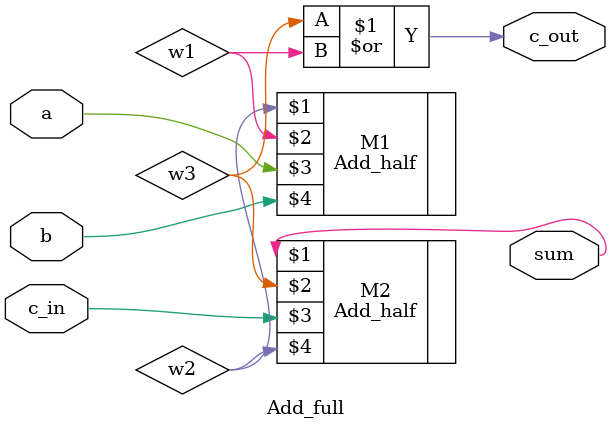
<source format=v>
`timescale 1ns / 1ps


module Add_full(
    output wire sum,
    output wire c_out,
    input wire a,
    input wire b,
    input wire c_in
    );
    wire w1,w2,w3;
    Add_half M1(w2,w1,a,b);
    Add_half M2(sum,w3,c_in,w2);
    
    or(c_out,w3,w1);
endmodule

</source>
